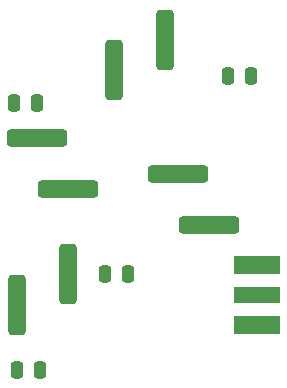
<source format=gtp>
G04 #@! TF.GenerationSoftware,KiCad,Pcbnew,8.0.6*
G04 #@! TF.CreationDate,2024-10-20T12:02:01+02:00*
G04 #@! TF.ProjectId,foxy,666f7879-2e6b-4696-9361-645f70636258,rev?*
G04 #@! TF.SameCoordinates,Original*
G04 #@! TF.FileFunction,Paste,Top*
G04 #@! TF.FilePolarity,Positive*
%FSLAX46Y46*%
G04 Gerber Fmt 4.6, Leading zero omitted, Abs format (unit mm)*
G04 Created by KiCad (PCBNEW 8.0.6) date 2024-10-20 12:02:01*
%MOMM*%
%LPD*%
G01*
G04 APERTURE LIST*
G04 Aperture macros list*
%AMRoundRect*
0 Rectangle with rounded corners*
0 $1 Rounding radius*
0 $2 $3 $4 $5 $6 $7 $8 $9 X,Y pos of 4 corners*
0 Add a 4 corners polygon primitive as box body*
4,1,4,$2,$3,$4,$5,$6,$7,$8,$9,$2,$3,0*
0 Add four circle primitives for the rounded corners*
1,1,$1+$1,$2,$3*
1,1,$1+$1,$4,$5*
1,1,$1+$1,$6,$7*
1,1,$1+$1,$8,$9*
0 Add four rect primitives between the rounded corners*
20,1,$1+$1,$2,$3,$4,$5,0*
20,1,$1+$1,$4,$5,$6,$7,0*
20,1,$1+$1,$6,$7,$8,$9,0*
20,1,$1+$1,$8,$9,$2,$3,0*%
G04 Aperture macros list end*
%ADD10RoundRect,0.370000X-0.370000X-2.210000X0.370000X-2.210000X0.370000X2.210000X-0.370000X2.210000X0*%
%ADD11RoundRect,0.250000X-0.250000X-0.475000X0.250000X-0.475000X0.250000X0.475000X-0.250000X0.475000X0*%
%ADD12RoundRect,0.370000X-2.210000X0.370000X-2.210000X-0.370000X2.210000X-0.370000X2.210000X0.370000X0*%
%ADD13RoundRect,0.250000X0.250000X0.475000X-0.250000X0.475000X-0.250000X-0.475000X0.250000X-0.475000X0*%
%ADD14R,4.000000X1.400000*%
%ADD15R,4.000000X1.500000*%
%ADD16RoundRect,0.370000X2.210000X-0.370000X2.210000X0.370000X-2.210000X0.370000X-2.210000X-0.370000X0*%
G04 APERTURE END LIST*
D10*
X117610000Y-95036000D03*
X121920000Y-92456000D03*
D11*
X135514000Y-75692000D03*
X137414000Y-75692000D03*
X117668000Y-100584000D03*
X119568000Y-100584000D03*
D12*
X131298000Y-83951000D03*
X133878000Y-88261000D03*
D10*
X125861000Y-75204000D03*
X130171000Y-72624000D03*
D13*
X119314000Y-77978000D03*
X117414000Y-77978000D03*
D14*
X137922000Y-94234000D03*
D15*
X137922000Y-91694000D03*
X137922000Y-96774000D03*
D11*
X125100000Y-92456000D03*
X127000000Y-92456000D03*
D16*
X121940000Y-85213000D03*
X119360000Y-80903000D03*
M02*

</source>
